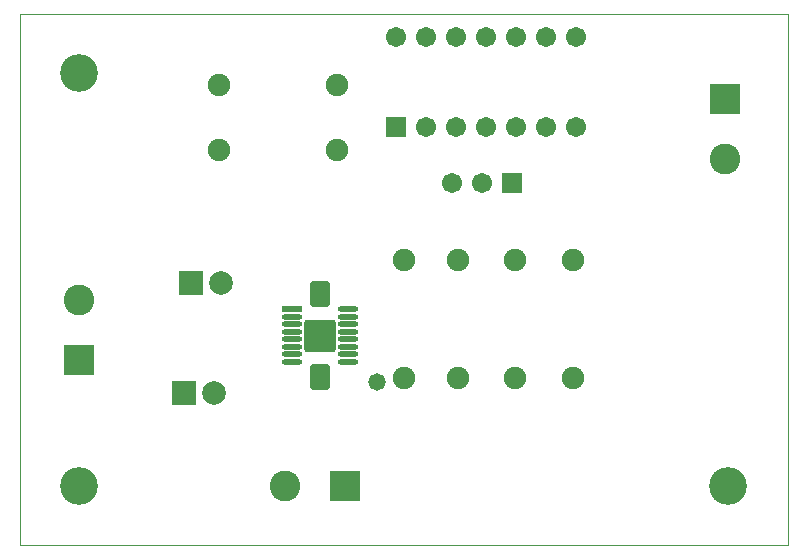
<source format=gts>
G04 Layer_Color=8388736*
%FSLAX44Y44*%
%MOMM*%
G71*
G01*
G75*
%ADD18C,0.1000*%
%ADD36R,1.7032X0.5032*%
%ADD37O,1.7032X0.5032*%
G04:AMPARAMS|DCode=38|XSize=2.7032mm|YSize=2.7032mm|CornerRadius=0.2266mm|HoleSize=0mm|Usage=FLASHONLY|Rotation=90.000|XOffset=0mm|YOffset=0mm|HoleType=Round|Shape=RoundedRectangle|*
%AMROUNDEDRECTD38*
21,1,2.7032,2.2500,0,0,90.0*
21,1,2.2500,2.7032,0,0,90.0*
1,1,0.4532,1.1250,1.1250*
1,1,0.4532,1.1250,-1.1250*
1,1,0.4532,-1.1250,-1.1250*
1,1,0.4532,-1.1250,1.1250*
%
%ADD38ROUNDEDRECTD38*%
G04:AMPARAMS|DCode=39|XSize=1.7032mm|YSize=2.2032mm|CornerRadius=0.1766mm|HoleSize=0mm|Usage=FLASHONLY|Rotation=0.000|XOffset=0mm|YOffset=0mm|HoleType=Round|Shape=RoundedRectangle|*
%AMROUNDEDRECTD39*
21,1,1.7032,1.8500,0,0,0.0*
21,1,1.3500,2.2032,0,0,0.0*
1,1,0.3532,0.6750,-0.9250*
1,1,0.3532,-0.6750,-0.9250*
1,1,0.3532,-0.6750,0.9250*
1,1,0.3532,0.6750,0.9250*
%
%ADD39ROUNDEDRECTD39*%
%ADD40C,3.2032*%
%ADD41R,2.0032X2.0032*%
%ADD42C,2.0032*%
%ADD43C,2.6032*%
%ADD44R,2.6032X2.6032*%
%ADD45C,1.7032*%
%ADD46R,1.7032X1.7032*%
%ADD47R,2.6032X2.6032*%
%ADD48C,1.9032*%
%ADD49R,1.7032X1.7032*%
%ADD50C,1.7032*%
%ADD51C,1.4732*%
D18*
X0Y-38D02*
Y449962D01*
Y-38D02*
X650000D01*
Y449962D01*
X0D02*
X650000D01*
D36*
X230190Y199542D02*
D03*
D37*
Y193167D02*
D03*
Y186817D02*
D03*
Y180467D02*
D03*
Y174117D02*
D03*
Y167767D02*
D03*
Y161417D02*
D03*
Y155042D02*
D03*
X278190Y199542D02*
D03*
Y193167D02*
D03*
Y186817D02*
D03*
Y180467D02*
D03*
Y174117D02*
D03*
Y167767D02*
D03*
Y161417D02*
D03*
Y155042D02*
D03*
D38*
X254190Y177292D02*
D03*
D39*
Y212292D02*
D03*
Y142292D02*
D03*
D40*
X50000Y400000D02*
D03*
X600000Y50000D02*
D03*
X50000D02*
D03*
D41*
X138620Y129032D02*
D03*
X144970Y221742D02*
D03*
D42*
X164020Y129032D02*
D03*
X170370Y221742D02*
D03*
D43*
X50000Y207772D02*
D03*
X596900Y327152D02*
D03*
X224600Y49962D02*
D03*
D44*
X50000Y156972D02*
D03*
X596900Y377952D02*
D03*
D45*
X391160Y306832D02*
D03*
X365760D02*
D03*
D46*
X416560D02*
D03*
D47*
X275400Y49962D02*
D03*
D48*
X468630Y141262D02*
D03*
Y241262D02*
D03*
X268440Y334772D02*
D03*
X168440D02*
D03*
X419100Y141262D02*
D03*
Y241262D02*
D03*
X268440Y389382D02*
D03*
X168440D02*
D03*
X370840Y141262D02*
D03*
Y241262D02*
D03*
X325120Y141262D02*
D03*
Y241262D02*
D03*
D49*
X318770Y353822D02*
D03*
D50*
X344170D02*
D03*
X369570D02*
D03*
X394970D02*
D03*
X420370D02*
D03*
X445770D02*
D03*
X471170D02*
D03*
X318770Y430022D02*
D03*
X344170D02*
D03*
X369570D02*
D03*
X394970D02*
D03*
X420370D02*
D03*
X445770D02*
D03*
X471170D02*
D03*
D51*
X302260Y137922D02*
D03*
M02*

</source>
